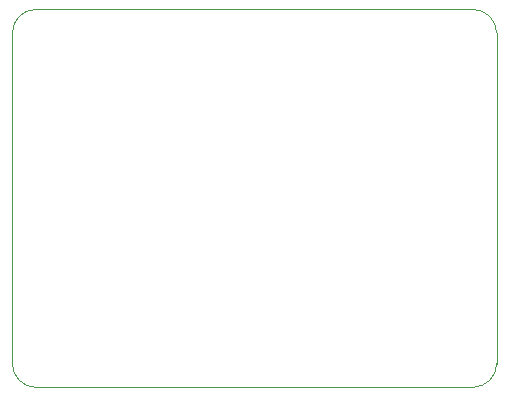
<source format=gbr>
G04 #@! TF.GenerationSoftware,KiCad,Pcbnew,(5.1.6)-1*
G04 #@! TF.CreationDate,2020-08-24T22:25:31-04:00*
G04 #@! TF.ProjectId,usbanana,75736261-6e61-46e6-912e-6b696361645f,1*
G04 #@! TF.SameCoordinates,Original*
G04 #@! TF.FileFunction,Profile,NP*
%FSLAX46Y46*%
G04 Gerber Fmt 4.6, Leading zero omitted, Abs format (unit mm)*
G04 Created by KiCad (PCBNEW (5.1.6)-1) date 2020-08-24 22:25:31*
%MOMM*%
%LPD*%
G01*
G04 APERTURE LIST*
G04 #@! TA.AperFunction,Profile*
%ADD10C,0.038100*%
G04 #@! TD*
G04 APERTURE END LIST*
D10*
X158500000Y-86000000D02*
G75*
G02*
X160500000Y-88000000I0J-2000000D01*
G01*
X119500000Y-88000000D02*
G75*
G02*
X121500000Y-86000000I2000000J0D01*
G01*
X121500000Y-118000000D02*
G75*
G02*
X119500000Y-116000000I0J2000000D01*
G01*
X160500000Y-116000000D02*
G75*
G02*
X158500000Y-118000000I-2000000J0D01*
G01*
X119500000Y-116000000D02*
X119500000Y-88000000D01*
X158500000Y-118000000D02*
X121500000Y-118000000D01*
X160500000Y-88000000D02*
X160500000Y-116000000D01*
X121500000Y-86000000D02*
X158500000Y-86000000D01*
M02*

</source>
